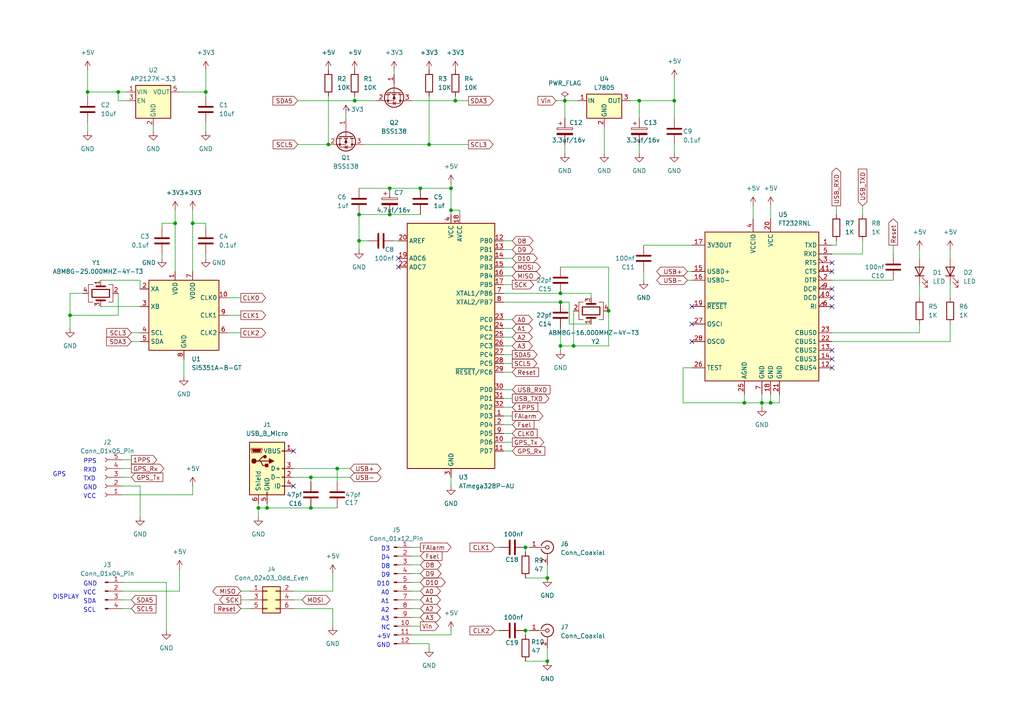
<source format=kicad_sch>
(kicad_sch (version 20231120) (generator "eeschema") (generator_version "8.0")
  (paper "A4")
  (lib_symbols
    (symbol "Connector:Conn_01x04_Pin" (pin_names (offset 1.016) hide)
      (property "Reference" "J" (at 0 5.08 0))
      (property "Value" "Conn_01x04_Pin" (at 0 -7.62 0))
      (symbol "Conn_01x04_Pin_1_1"
        (pin passive line (at 5.08 2.54 180) (length 3.81) (name "Pin_1") (number "1"))
        (pin passive line (at 5.08 0 180) (length 3.81) (name "Pin_2") (number "2"))
        (pin passive line (at 5.08 -2.54 180) (length 3.81) (name "Pin_3") (number "3"))
        (pin passive line (at 5.08 -5.08 180) (length 3.81) (name "Pin_4") (number "4"))
      )
    )
    (symbol "Connector:Conn_01x05_Socket" (pin_names (offset 1.016) hide)
      (property "Reference" "J" (at 0 7.62 0))
      (property "Value" "Conn_01x05_Socket" (at 0 -7.62 0))
      (symbol "Conn_01x05_Socket_1_1"
        (pin passive line (at -5.08 5.08 0) (length 3.81) (name "Pin_1") (number "1"))
        (pin passive line (at -5.08 2.54 0) (length 3.81) (name "Pin_2") (number "2"))
        (pin passive line (at -5.08 0 0) (length 3.81) (name "Pin_3") (number "3"))
        (pin passive line (at -5.08 -2.54 0) (length 3.81) (name "Pin_4") (number "4"))
        (pin passive line (at -5.08 -5.08 0) (length 3.81) (name "Pin_5") (number "5"))
      )
    )
    (symbol "Connector:Conn_01x12_Pin" (pin_names (offset 1.016) hide)
      (property "Reference" "J" (at 0 15.24 0))
      (property "Value" "Conn_01x12_Pin" (at 0 -17.78 0))
      (symbol "Conn_01x12_Pin_1_1"
        (pin passive line (at 5.08 12.7 180) (length 3.81) (name "Pin_1") (number "1"))
        (pin passive line (at 5.08 -10.16 180) (length 3.81) (name "Pin_10") (number "10"))
        (pin passive line (at 5.08 -12.7 180) (length 3.81) (name "Pin_11") (number "11"))
        (pin passive line (at 5.08 -15.24 180) (length 3.81) (name "Pin_12") (number "12"))
        (pin passive line (at 5.08 10.16 180) (length 3.81) (name "Pin_2") (number "2"))
        (pin passive line (at 5.08 7.62 180) (length 3.81) (name "Pin_3") (number "3"))
        (pin passive line (at 5.08 5.08 180) (length 3.81) (name "Pin_4") (number "4"))
        (pin passive line (at 5.08 2.54 180) (length 3.81) (name "Pin_5") (number "5"))
        (pin passive line (at 5.08 0 180) (length 3.81) (name "Pin_6") (number "6"))
        (pin passive line (at 5.08 -2.54 180) (length 3.81) (name "Pin_7") (number "7"))
        (pin passive line (at 5.08 -5.08 180) (length 3.81) (name "Pin_8") (number "8"))
        (pin passive line (at 5.08 -7.62 180) (length 3.81) (name "Pin_9") (number "9"))
      )
    )
    (symbol "Connector:Conn_Coaxial" (pin_names (offset 1.016) hide)
      (property "Reference" "J" (at 0.254 3.048 0))
      (property "Value" "Conn_Coaxial" (at 2.921 0 90))
      (symbol "Conn_Coaxial_1_1"
        (pin passive line (at -5.08 0 0) (length 2.54) (name "In") (number "1"))
        (pin passive line (at 0 -5.08 90) (length 2.54) (name "Ext") (number "2"))
      )
    )
    (symbol "Connector:USB_B_Micro" (pin_names (offset 1.016))
      (property "Reference" "J" (at -5.08 11.43 0))
      (property "Value" "USB_B_Micro" (at -5.08 8.89 0))
      (symbol "USB_B_Micro_1_1"
        (pin power_out line (at 7.62 5.08 180) (length 2.54) (name "VBUS") (number "1"))
        (pin bidirectional line (at 7.62 -2.54 180) (length 2.54) (name "D-") (number "2"))
        (pin bidirectional line (at 7.62 0 180) (length 2.54) (name "D+") (number "3"))
        (pin passive line (at 7.62 -5.08 180) (length 2.54) (name "ID") (number "4"))
        (pin power_out line (at 0 -10.16 90) (length 2.54) (name "GND") (number "5"))
        (pin passive line (at -2.54 -10.16 90) (length 2.54) (name "Shield") (number "6"))
      )
    )
    (symbol "Connector_Generic:Conn_02x03_Odd_Even" (pin_names (offset 1.016) hide)
      (property "Reference" "J" (at 1.27 5.08 0))
      (property "Value" "Conn_02x03_Odd_Even" (at 1.27 -5.08 0))
      (symbol "Conn_02x03_Odd_Even_1_1"
        (pin passive line (at -5.08 2.54 0) (length 3.81) (name "Pin_1") (number "1"))
        (pin passive line (at 7.62 2.54 180) (length 3.81) (name "Pin_2") (number "2"))
        (pin passive line (at -5.08 0 0) (length 3.81) (name "Pin_3") (number "3"))
        (pin passive line (at 7.62 0 180) (length 3.81) (name "Pin_4") (number "4"))
        (pin passive line (at -5.08 -2.54 0) (length 3.81) (name "Pin_5") (number "5"))
        (pin passive line (at 7.62 -2.54 180) (length 3.81) (name "Pin_6") (number "6"))
      )
    )
    (symbol "Device:C" (pin_numbers hide) (pin_names (offset 0.254))
      (property "Reference" "C" (at 0.635 2.54 0))
      (property "Value" "C" (at 0.635 -2.54 0))
      (symbol "C_1_1"
        (pin passive line (at 0 3.81 270) (length 2.794) (name "~") (number "1"))
        (pin passive line (at 0 -3.81 90) (length 2.794) (name "~") (number "2"))
      )
    )
    (symbol "Device:C_Polarized" (pin_numbers hide) (pin_names (offset 0.254))
      (property "Reference" "C" (at 0.635 2.54 0))
      (property "Value" "C_Polarized" (at 0.635 -2.54 0))
      (symbol "C_Polarized_1_1"
        (pin passive line (at 0 3.81 270) (length 2.794) (name "~") (number "1"))
        (pin passive line (at 0 -3.81 90) (length 2.794) (name "~") (number "2"))
      )
    )
    (symbol "Device:Crystal_GND24" (pin_names (offset 1.016) hide)
      (property "Reference" "Y" (at 3.175 5.08 0))
      (property "Value" "Crystal_GND24" (at 3.175 3.175 0))
      (symbol "Crystal_GND24_1_1"
        (pin passive line (at -3.81 0 0) (length 1.27) (name "1") (number "1"))
        (pin passive line (at 0 5.08 270) (length 1.27) (name "2") (number "2"))
        (pin passive line (at 3.81 0 180) (length 1.27) (name "3") (number "3"))
        (pin passive line (at 0 -5.08 90) (length 1.27) (name "4") (number "4"))
      )
    )
    (symbol "Device:LED" (pin_numbers hide) (pin_names (offset 1.016) hide)
      (property "Reference" "D" (at 0 2.54 0))
      (property "Value" "LED" (at 0 -2.54 0))
      (symbol "LED_1_1"
        (pin passive line (at -3.81 0 0) (length 2.54) (name "K") (number "1"))
        (pin passive line (at 3.81 0 180) (length 2.54) (name "A") (number "2"))
      )
    )
    (symbol "Device:R" (pin_numbers hide) (pin_names (offset 0))
      (property "Reference" "R" (at 2.032 0 90))
      (property "Value" "R" (at 0 0 90))
      (symbol "R_1_1"
        (pin passive line (at 0 3.81 270) (length 1.27) (name "~") (number "1"))
        (pin passive line (at 0 -3.81 90) (length 1.27) (name "~") (number "2"))
      )
    )
    (symbol "Interface_USB:FT232RL"
      (property "Reference" "U" (at -16.51 22.86 0))
      (property "Value" "FT232RL" (at 10.16 22.86 0))
      (symbol "FT232RL_1_1"
        (pin output line (at 20.32 17.78 180) (length 3.81) (name "TXD") (number "1"))
        (pin input input_low (at 20.32 2.54 180) (length 3.81) (name "DCD") (number "10"))
        (pin input input_low (at 20.32 10.16 180) (length 3.81) (name "CTS") (number "11"))
        (pin bidirectional line (at 20.32 -17.78 180) (length 3.81) (name "CBUS4") (number "12"))
        (pin bidirectional line (at 20.32 -12.7 180) (length 3.81) (name "CBUS2") (number "13"))
        (pin bidirectional line (at 20.32 -15.24 180) (length 3.81) (name "CBUS3") (number "14"))
        (pin bidirectional line (at -20.32 10.16 0) (length 3.81) (name "USBD+") (number "15"))
        (pin bidirectional line (at -20.32 7.62 0) (length 3.81) (name "USBD-") (number "16"))
        (pin power_out line (at -20.32 17.78 0) (length 3.81) (name "3V3OUT") (number "17"))
        (pin power_in line (at 2.54 -25.4 90) (length 3.81) (name "GND") (number "18"))
        (pin input line (at -20.32 0 0) (length 3.81) (name "~{RESET}") (number "19"))
        (pin output output_low (at 20.32 7.62 180) (length 3.81) (name "DTR") (number "2"))
        (pin power_in line (at 2.54 25.4 270) (length 3.81) (name "VCC") (number "20"))
        (pin power_in line (at 5.08 -25.4 90) (length 3.81) (name "GND") (number "21"))
        (pin bidirectional line (at 20.32 -10.16 180) (length 3.81) (name "CBUS1") (number "22"))
        (pin bidirectional line (at 20.32 -7.62 180) (length 3.81) (name "CBUS0") (number "23"))
        (pin power_in line (at -5.08 -25.4 90) (length 3.81) (name "AGND") (number "25"))
        (pin input line (at -20.32 -17.78 0) (length 3.81) (name "TEST") (number "26"))
        (pin input line (at -20.32 -5.08 0) (length 3.81) (name "OSCI") (number "27"))
        (pin output line (at -20.32 -10.16 0) (length 3.81) (name "OSCO") (number "28"))
        (pin output output_low (at 20.32 12.7 180) (length 3.81) (name "RTS") (number "3"))
        (pin power_in line (at -2.54 25.4 270) (length 3.81) (name "VCCIO") (number "4"))
        (pin input line (at 20.32 15.24 180) (length 3.81) (name "RXD") (number "5"))
        (pin input input_low (at 20.32 0 180) (length 3.81) (name "RI") (number "6"))
        (pin power_in line (at 0 -25.4 90) (length 3.81) (name "GND") (number "7"))
        (pin input input_low (at 20.32 5.08 180) (length 3.81) (name "DCR") (number "9"))
      )
    )
    (symbol "MCU_Microchip_ATmega:ATmega328P-A"
      (property "Reference" "U" (at -12.7 36.83 0))
      (property "Value" "ATmega328P-A" (at 2.54 -36.83 0))
      (symbol "ATmega328P-A_1_1"
        (pin bidirectional line (at 15.24 -20.32 180) (length 2.54) (name "PD3") (number "1"))
        (pin bidirectional line (at 15.24 -27.94 180) (length 2.54) (name "PD6") (number "10"))
        (pin bidirectional line (at 15.24 -30.48 180) (length 2.54) (name "PD7") (number "11"))
        (pin bidirectional line (at 15.24 30.48 180) (length 2.54) (name "PB0") (number "12"))
        (pin bidirectional line (at 15.24 27.94 180) (length 2.54) (name "PB1") (number "13"))
        (pin bidirectional line (at 15.24 25.4 180) (length 2.54) (name "PB2") (number "14"))
        (pin bidirectional line (at 15.24 22.86 180) (length 2.54) (name "PB3") (number "15"))
        (pin bidirectional line (at 15.24 20.32 180) (length 2.54) (name "PB4") (number "16"))
        (pin bidirectional line (at 15.24 17.78 180) (length 2.54) (name "PB5") (number "17"))
        (pin power_in line (at 2.54 38.1 270) (length 2.54) (name "AVCC") (number "18"))
        (pin input line (at -15.24 25.4 0) (length 2.54) (name "ADC6") (number "19"))
        (pin bidirectional line (at 15.24 -22.86 180) (length 2.54) (name "PD4") (number "2"))
        (pin passive line (at -15.24 30.48 0) (length 2.54) (name "AREF") (number "20"))
        (pin passive line (at 0 -38.1 90) (length 2.54) hide (name "GND") (number "21"))
        (pin input line (at -15.24 22.86 0) (length 2.54) (name "ADC7") (number "22"))
        (pin bidirectional line (at 15.24 7.62 180) (length 2.54) (name "PC0") (number "23"))
        (pin bidirectional line (at 15.24 5.08 180) (length 2.54) (name "PC1") (number "24"))
        (pin bidirectional line (at 15.24 2.54 180) (length 2.54) (name "PC2") (number "25"))
        (pin bidirectional line (at 15.24 0 180) (length 2.54) (name "PC3") (number "26"))
        (pin bidirectional line (at 15.24 -2.54 180) (length 2.54) (name "PC4") (number "27"))
        (pin bidirectional line (at 15.24 -5.08 180) (length 2.54) (name "PC5") (number "28"))
        (pin bidirectional line (at 15.24 -7.62 180) (length 2.54) (name "~{RESET}/PC6") (number "29"))
        (pin power_in line (at 0 -38.1 90) (length 2.54) (name "GND") (number "3"))
        (pin bidirectional line (at 15.24 -12.7 180) (length 2.54) (name "PD0") (number "30"))
        (pin bidirectional line (at 15.24 -15.24 180) (length 2.54) (name "PD1") (number "31"))
        (pin bidirectional line (at 15.24 -17.78 180) (length 2.54) (name "PD2") (number "32"))
        (pin power_in line (at 0 38.1 270) (length 2.54) (name "VCC") (number "4"))
        (pin passive line (at 0 -38.1 90) (length 2.54) hide (name "GND") (number "5"))
        (pin passive line (at 0 38.1 270) (length 2.54) hide (name "VCC") (number "6"))
        (pin bidirectional line (at 15.24 15.24 180) (length 2.54) (name "XTAL1/PB6") (number "7"))
        (pin bidirectional line (at 15.24 12.7 180) (length 2.54) (name "XTAL2/PB7") (number "8"))
        (pin bidirectional line (at 15.24 -25.4 180) (length 2.54) (name "PD5") (number "9"))
      )
    )
    (symbol "Oscillator:Si5351A-B-GT"
      (property "Reference" "U" (at -8.89 11.43 0))
      (property "Value" "Si5351A-B-GT" (at -12.7 -12.7 0))
      (symbol "Si5351A-B-GT_1_1"
        (pin power_in line (at -2.54 12.7 270) (length 2.54) (name "VDD") (number "1"))
        (pin output line (at 12.7 5.08 180) (length 2.54) (name "CLK0") (number "10"))
        (pin input line (at -12.7 7.62 0) (length 2.54) (name "XA") (number "2"))
        (pin input line (at -12.7 2.54 0) (length 2.54) (name "XB") (number "3"))
        (pin input line (at -12.7 -5.08 0) (length 2.54) (name "SCL") (number "4"))
        (pin bidirectional line (at -12.7 -7.62 0) (length 2.54) (name "SDA") (number "5"))
        (pin output line (at 12.7 -5.08 180) (length 2.54) (name "CLK2") (number "6"))
        (pin power_in line (at 2.54 12.7 270) (length 2.54) (name "VDDO") (number "7"))
        (pin power_in line (at 0 -12.7 90) (length 2.54) (name "GND") (number "8"))
        (pin output line (at 12.7 0 180) (length 2.54) (name "CLK1") (number "9"))
      )
    )
    (symbol "Regulator_Linear:AP2127K-3.3" (pin_names (offset 0.254))
      (property "Reference" "U" (at -5.08 5.715 0))
      (property "Value" "AP2127K-3.3" (at 0 5.715 0))
      (symbol "AP2127K-3.3_1_1"
        (pin power_in line (at -7.62 2.54 0) (length 2.54) (name "VIN") (number "1"))
        (pin power_in line (at 0 -7.62 90) (length 2.54) (name "GND") (number "2"))
        (pin input line (at -7.62 0 0) (length 2.54) (name "EN") (number "3"))
        (pin no_connect line (at 5.08 0 180) (length 2.54) hide (name "NC") (number "4"))
        (pin power_out line (at 7.62 2.54 180) (length 2.54) (name "VOUT") (number "5"))
      )
    )
    (symbol "Regulator_Linear:L7805" (pin_names (offset 0.254))
      (property "Reference" "U" (at -3.81 3.175 0))
      (property "Value" "L7805" (at 0 3.175 0))
      (symbol "L7805_1_1"
        (pin power_in line (at -7.62 0 0) (length 2.54) (name "IN") (number "1"))
        (pin power_in line (at 0 -7.62 90) (length 2.54) (name "GND") (number "2"))
        (pin power_out line (at 7.62 0 180) (length 2.54) (name "OUT") (number "3"))
      )
    )
    (symbol "Transistor_FET:BSS138" (pin_names hide)
      (property "Reference" "Q" (at 5.08 1.905 0))
      (property "Value" "BSS138" (at 5.08 0 0))
      (symbol "BSS138_1_1"
        (pin input line (at -5.08 0 0) (length 2.54) (name "G") (number "1"))
        (pin passive line (at 2.54 -5.08 90) (length 2.54) (name "S") (number "2"))
        (pin passive line (at 2.54 5.08 270) (length 2.54) (name "D") (number "3"))
      )
    )
    (symbol "power:+3V3" (power) (pin_names (offset 0))
      (property "Value" "+3V3" (at 0 3.556 0))
      (symbol "+3V3_1_1"
        (pin power_in line (at 0 0 90) (length 0) hide (name "+3V3") (number "1"))
      )
    )
    (symbol "power:+5V" (power) (pin_names (offset 0))
      (property "Value" "+5V" (at 0 3.556 0))
      (symbol "+5V_1_1"
        (pin power_in line (at 0 0 90) (length 0) hide (name "+5V") (number "1"))
      )
    )
    (symbol "power:GND" (power) (pin_names (offset 0))
      (property "Value" "GND" (at 0 -3.81 0))
      (symbol "GND_1_1"
        (pin power_in line (at 0 0 270) (length 0) hide (name "GND") (number "1"))
      )
    )
    (symbol "power:PWR_FLAG" (power) (pin_numbers hide) (pin_names (offset 0) hide)
      (property "Value" "PWR_FLAG" (at 0 3.81 0))
      (symbol "PWR_FLAG_0_0"
        (pin power_out line (at 0 0 90) (length 0) (name "pwr") (number "1"))
      )
    )
  )
  (junction (at 166.37 100.33))
  (junction (at 162.56 85.09))
  (junction (at 113.03 54.61))
  (junction (at 162.56 100.33))
  (junction (at 163.83 29.21))
  (junction (at 77.47 147.32))
  (junction (at 195.58 29.21))
  (junction (at 121.92 54.61))
  (junction (at 162.56 87.63))
  (junction (at 104.14 69.85))
  (junction (at 132.08 29.21))
  (junction (at 104.14 62.23))
  (junction (at 124.46 41.91))
  (junction (at 158.75 191.77))
  (junction (at 90.17 147.32))
  (junction (at 55.88 64.77))
  (junction (at 113.03 62.23))
  (junction (at 215.9 116.84))
  (junction (at 102.87 29.21))
  (junction (at 97.79 135.89))
  (junction (at 130.81 54.61))
  (junction (at 223.52 116.84))
  (junction (at 50.8 64.77))
  (junction (at 74.93 147.32))
  (junction (at 220.98 116.84))
  (junction (at 25.4 26.67))
  (junction (at 59.69 26.67))
  (junction (at 95.25 41.91))
  (junction (at 20.32 91.44))
  (junction (at 90.17 138.43))
  (junction (at 152.4 182.88))
  (junction (at 130.81 60.96))
  (junction (at 152.4 158.75))
  (junction (at 176.53 90.17))
  (junction (at 185.42 29.21))
  (junction (at 34.29 26.67))
  (junction (at 158.75 167.64))
  (no_connect (at 241.3 88.9))
  (no_connect (at 115.57 74.93))
  (no_connect (at 241.3 76.2))
  (no_connect (at 241.3 86.36))
  (no_connect (at 200.66 93.98))
  (no_connect (at 200.66 99.06))
  (no_connect (at 241.3 101.6))
  (no_connect (at 85.09 140.97))
  (no_connect (at 200.66 88.9))
  (no_connect (at 241.3 83.82))
  (no_connect (at 241.3 78.74))
  (no_connect (at 85.09 130.81))
  (no_connect (at 115.57 77.47))
  (no_connect (at 241.3 104.14))
  (no_connect (at 241.3 106.68))
  (wire (pts (xy 59.69 64.77) (xy 55.88 64.77)))
  (wire (pts (xy 158.75 191.77) (xy 158.75 187.96)))
  (wire (pts (xy 241.3 81.28) (xy 259.08 81.28)))
  (wire (pts (xy 119.38 171.45) (xy 121.92 171.45)))
  (wire (pts (xy 46.99 64.77) (xy 50.8 64.77)))
  (wire (pts (xy 165.1 93.98) (xy 165.1 87.63)))
  (wire (pts (xy 77.47 147.32) (xy 90.17 147.32)))
  (wire (pts (xy 114.3 20.32) (xy 114.3 21.59)))
  (wire (pts (xy 119.38 173.99) (xy 121.92 173.99)))
  (wire (pts (xy 77.47 146.05) (xy 77.47 147.32)))
  (wire (pts (xy 34.29 26.67) (xy 36.83 26.67)))
  (wire (pts (xy 259.08 71.12) (xy 259.08 73.66)))
  (wire (pts (xy 25.4 35.56) (xy 25.4 38.1)))
  (wire (pts (xy 119.38 179.07) (xy 121.92 179.07)))
  (wire (pts (xy 86.36 29.21) (xy 102.87 29.21)))
  (wire (pts (xy 146.05 115.57) (xy 148.59 115.57)))
  (wire (pts (xy 124.46 41.91) (xy 124.46 27.94)))
  (wire (pts (xy 85.09 176.53) (xy 96.52 176.53)))
  (wire (pts (xy 146.05 82.55) (xy 148.59 82.55)))
  (wire (pts (xy 146.05 97.79) (xy 148.59 97.79)))
  (wire (pts (xy 250.19 59.69) (xy 250.19 62.23)))
  (wire (pts (xy 40.64 140.97) (xy 35.56 140.97)))
  (wire (pts (xy 223.52 59.69) (xy 223.52 63.5)))
  (wire (pts (xy 130.81 182.88) (xy 130.81 184.15)))
  (wire (pts (xy 124.46 186.69) (xy 124.46 187.96)))
  (wire (pts (xy 242.57 59.69) (xy 242.57 62.23)))
  (wire (pts (xy 200.66 106.68) (xy 198.12 106.68)))
  (wire (pts (xy 199.39 78.74) (xy 200.66 78.74)))
  (wire (pts (xy 55.88 60.96) (xy 55.88 64.77)))
  (wire (pts (xy 119.38 166.37) (xy 121.92 166.37)))
  (wire (pts (xy 97.79 135.89) (xy 101.6 135.89)))
  (wire (pts (xy 66.04 96.52) (xy 69.85 96.52)))
  (wire (pts (xy 152.4 158.75) (xy 153.67 158.75)))
  (wire (pts (xy 163.83 29.21) (xy 163.83 34.29)))
  (wire (pts (xy 102.87 29.21) (xy 102.87 27.94)))
  (wire (pts (xy 146.05 130.81) (xy 148.59 130.81)))
  (wire (pts (xy 69.85 176.53) (xy 72.39 176.53)))
  (wire (pts (xy 119.38 158.75) (xy 121.92 158.75)))
  (wire (pts (xy 104.14 62.23) (xy 113.03 62.23)))
  (wire (pts (xy 146.05 72.39) (xy 148.59 72.39)))
  (wire (pts (xy 119.38 161.29) (xy 121.92 161.29)))
  (wire (pts (xy 59.69 26.67) (xy 59.69 27.94)))
  (wire (pts (xy 86.36 41.91) (xy 95.25 41.91)))
  (wire (pts (xy 59.69 35.56) (xy 59.69 38.1)))
  (wire (pts (xy 20.32 85.09) (xy 24.13 85.09)))
  (wire (pts (xy 186.69 71.12) (xy 200.66 71.12)))
  (wire (pts (xy 198.12 106.68) (xy 198.12 116.84)))
  (wire (pts (xy 152.4 182.88) (xy 152.4 184.15)))
  (wire (pts (xy 241.3 99.06) (xy 275.59 99.06)))
  (wire (pts (xy 119.38 186.69) (xy 124.46 186.69)))
  (wire (pts (xy 55.88 143.51) (xy 55.88 140.97)))
  (wire (pts (xy 146.05 80.01) (xy 148.59 80.01)))
  (wire (pts (xy 40.64 81.28) (xy 29.21 81.28)))
  (wire (pts (xy 163.83 29.21) (xy 167.64 29.21)))
  (wire (pts (xy 176.53 77.47) (xy 162.56 77.47)))
  (wire (pts (xy 55.88 64.77) (xy 55.88 78.74)))
  (wire (pts (xy 266.7 82.55) (xy 266.7 86.36)))
  (wire (pts (xy 185.42 29.21) (xy 195.58 29.21)))
  (wire (pts (xy 146.05 69.85) (xy 148.59 69.85)))
  (wire (pts (xy 185.42 41.91) (xy 185.42 44.45)))
  (wire (pts (xy 109.22 29.21) (xy 102.87 29.21)))
  (wire (pts (xy 146.05 128.27) (xy 148.59 128.27)))
  (wire (pts (xy 52.07 26.67) (xy 59.69 26.67)))
  (wire (pts (xy 38.1 96.52) (xy 40.64 96.52)))
  (wire (pts (xy 48.26 168.91) (xy 48.26 182.88)))
  (wire (pts (xy 90.17 139.7) (xy 90.17 138.43)))
  (wire (pts (xy 146.05 113.03) (xy 148.59 113.03)))
  (wire (pts (xy 220.98 116.84) (xy 220.98 118.11)))
  (wire (pts (xy 20.32 85.09) (xy 20.32 91.44)))
  (wire (pts (xy 166.37 90.17) (xy 166.37 100.33)))
  (wire (pts (xy 241.3 96.52) (xy 266.7 96.52)))
  (wire (pts (xy 146.05 102.87) (xy 148.59 102.87)))
  (wire (pts (xy 176.53 90.17) (xy 176.53 100.33)))
  (wire (pts (xy 69.85 171.45) (xy 72.39 171.45)))
  (wire (pts (xy 106.68 69.85) (xy 104.14 69.85)))
  (wire (pts (xy 59.69 73.66) (xy 59.69 74.93)))
  (wire (pts (xy 34.29 91.44) (xy 20.32 91.44)))
  (wire (pts (xy 143.51 158.75) (xy 144.78 158.75)))
  (wire (pts (xy 146.05 77.47) (xy 148.59 77.47)))
  (wire (pts (xy 97.79 135.89) (xy 97.79 139.7)))
  (wire (pts (xy 162.56 95.25) (xy 162.56 100.33)))
  (wire (pts (xy 25.4 26.67) (xy 25.4 27.94)))
  (wire (pts (xy 35.56 173.99) (xy 38.1 173.99)))
  (wire (pts (xy 35.56 135.89) (xy 38.1 135.89)))
  (wire (pts (xy 146.05 125.73) (xy 148.59 125.73)))
  (wire (pts (xy 119.38 181.61) (xy 121.92 181.61)))
  (wire (pts (xy 119.38 163.83) (xy 121.92 163.83)))
  (wire (pts (xy 46.99 73.66) (xy 46.99 74.93)))
  (wire (pts (xy 74.93 147.32) (xy 74.93 149.86)))
  (wire (pts (xy 275.59 82.55) (xy 275.59 86.36)))
  (wire (pts (xy 198.12 116.84) (xy 215.9 116.84)))
  (wire (pts (xy 34.29 29.21) (xy 34.29 26.67)))
  (wire (pts (xy 226.06 114.3) (xy 226.06 116.84)))
  (wire (pts (xy 195.58 22.86) (xy 195.58 29.21)))
  (wire (pts (xy 105.41 41.91) (xy 124.46 41.91)))
  (wire (pts (xy 44.45 36.83) (xy 44.45 38.1)))
  (wire (pts (xy 152.4 191.77) (xy 158.75 191.77)))
  (wire (pts (xy 130.81 60.96) (xy 130.81 62.23)))
  (wire (pts (xy 25.4 20.32) (xy 25.4 26.67)))
  (wire (pts (xy 114.3 69.85) (xy 115.57 69.85)))
  (wire (pts (xy 95.25 27.94) (xy 95.25 41.91)))
  (wire (pts (xy 34.29 85.09) (xy 34.29 91.44)))
  (wire (pts (xy 38.1 99.06) (xy 40.64 99.06)))
  (wire (pts (xy 130.81 138.43) (xy 130.81 140.97)))
  (wire (pts (xy 175.26 36.83) (xy 175.26 44.45)))
  (wire (pts (xy 66.04 86.36) (xy 69.85 86.36)))
  (wire (pts (xy 215.9 116.84) (xy 220.98 116.84)))
  (wire (pts (xy 40.64 83.82) (xy 40.64 81.28)))
  (wire (pts (xy 130.81 184.15) (xy 119.38 184.15)))
  (wire (pts (xy 146.05 92.71) (xy 148.59 92.71)))
  (wire (pts (xy 163.83 41.91) (xy 163.83 44.45)))
  (wire (pts (xy 275.59 72.39) (xy 275.59 74.93)))
  (wire (pts (xy 146.05 118.11) (xy 148.59 118.11)))
  (wire (pts (xy 85.09 171.45) (xy 96.52 171.45)))
  (wire (pts (xy 186.69 78.74) (xy 186.69 81.28)))
  (wire (pts (xy 85.09 138.43) (xy 90.17 138.43)))
  (wire (pts (xy 35.56 171.45) (xy 52.07 171.45)))
  (wire (pts (xy 226.06 116.84) (xy 223.52 116.84)))
  (wire (pts (xy 223.52 116.84) (xy 220.98 116.84)))
  (wire (pts (xy 266.7 72.39) (xy 266.7 74.93)))
  (wire (pts (xy 119.38 168.91) (xy 121.92 168.91)))
  (wire (pts (xy 52.07 171.45) (xy 52.07 165.1)))
  (wire (pts (xy 133.35 60.96) (xy 130.81 60.96)))
  (wire (pts (xy 176.53 100.33) (xy 166.37 100.33)))
  (wire (pts (xy 59.69 66.04) (xy 59.69 64.77)))
  (wire (pts (xy 195.58 41.91) (xy 195.58 44.45)))
  (wire (pts (xy 35.56 176.53) (xy 38.1 176.53)))
  (wire (pts (xy 40.64 149.86) (xy 40.64 140.97)))
  (wire (pts (xy 90.17 138.43) (xy 101.6 138.43)))
  (wire (pts (xy 113.03 62.23) (xy 121.92 62.23)))
  (wire (pts (xy 85.09 135.89) (xy 97.79 135.89)))
  (wire (pts (xy 146.05 123.19) (xy 148.59 123.19)))
  (wire (pts (xy 29.21 88.9) (xy 40.64 88.9)))
  (wire (pts (xy 199.39 81.28) (xy 200.66 81.28)))
  (wire (pts (xy 152.4 182.88) (xy 153.67 182.88)))
  (wire (pts (xy 104.14 54.61) (xy 113.03 54.61)))
  (wire (pts (xy 215.9 114.3) (xy 215.9 116.84)))
  (wire (pts (xy 35.56 143.51) (xy 55.88 143.51)))
  (wire (pts (xy 146.05 105.41) (xy 148.59 105.41)))
  (wire (pts (xy 171.45 86.36) (xy 171.45 85.09)))
  (wire (pts (xy 100.33 33.02) (xy 100.33 34.29)))
  (wire (pts (xy 36.83 29.21) (xy 34.29 29.21)))
  (wire (pts (xy 121.92 54.61) (xy 130.81 54.61)))
  (wire (pts (xy 53.34 104.14) (xy 53.34 109.22)))
  (wire (pts (xy 59.69 20.32) (xy 59.69 26.67)))
  (wire (pts (xy 242.57 71.12) (xy 242.57 69.85)))
  (wire (pts (xy 161.29 29.21) (xy 163.83 29.21)))
  (wire (pts (xy 152.4 158.75) (xy 152.4 160.02)))
  (wire (pts (xy 266.7 96.52) (xy 266.7 93.98)))
  (wire (pts (xy 171.45 93.98) (xy 165.1 93.98)))
  (wire (pts (xy 146.05 74.93) (xy 148.59 74.93)))
  (wire (pts (xy 195.58 29.21) (xy 195.58 34.29)))
  (wire (pts (xy 74.93 146.05) (xy 74.93 147.32)))
  (wire (pts (xy 104.14 69.85) (xy 104.14 62.23)))
  (wire (pts (xy 146.05 95.25) (xy 148.59 95.25)))
  (wire (pts (xy 162.56 85.09) (xy 146.05 85.09)))
  (wire (pts (xy 50.8 64.77) (xy 50.8 78.74)))
  (wire (pts (xy 241.3 71.12) (xy 242.57 71.12)))
  (wire (pts (xy 35.56 138.43) (xy 38.1 138.43)))
  (wire (pts (xy 165.1 87.63) (xy 162.56 87.63)))
  (wire (pts (xy 250.19 73.66) (xy 250.19 69.85)))
  (wire (pts (xy 143.51 182.88) (xy 144.78 182.88)))
  (wire (pts (xy 182.88 29.21) (xy 185.42 29.21)))
  (wire (pts (xy 185.42 29.21) (xy 185.42 34.29)))
  (wire (pts (xy 146.05 120.65) (xy 148.59 120.65)))
  (wire (pts (xy 130.81 54.61) (xy 130.81 60.96)))
  (wire (pts (xy 124.46 41.91) (xy 135.89 41.91)))
  (wire (pts (xy 25.4 26.67) (xy 34.29 26.67)))
  (wire (pts (xy 146.05 100.33) (xy 148.59 100.33)))
  (wire (pts (xy 133.35 62.23) (xy 133.35 60.96)))
  (wire (pts (xy 132.08 29.21) (xy 132.08 27.94)))
  (wire (pts (xy 166.37 100.33) (xy 162.56 100.33)))
  (wire (pts (xy 241.3 73.66) (xy 250.19 73.66)))
  (wire (pts (xy 162.56 87.63) (xy 146.05 87.63)))
  (wire (pts (xy 176.53 90.17) (xy 176.53 77.47)))
  (wire (pts (xy 85.09 173.99) (xy 87.63 173.99)))
  (wire (pts (xy 130.81 53.34) (xy 130.81 54.61)))
  (wire (pts (xy 66.04 91.44) (xy 69.85 91.44)))
  (wire (pts (xy 35.56 168.91) (xy 48.26 168.91)))
  (wire (pts (xy 146.05 107.95) (xy 148.59 107.95)))
  (wire (pts (xy 275.59 99.06) (xy 275.59 93.98)))
  (wire (pts (xy 119.38 176.53) (xy 121.92 176.53)))
  (wire (pts (xy 90.17 147.32) (xy 97.79 147.32)))
  (wire (pts (xy 104.14 69.85) (xy 104.14 72.39)))
  (wire (pts (xy 132.08 29.21) (xy 135.89 29.21)))
  (wire (pts (xy 171.45 85.09) (xy 162.56 85.09)))
  (wire (pts (xy 152.4 167.64) (xy 158.75 167.64)))
  (wire (pts (xy 20.32 91.44) (xy 20.32 95.25)))
  (wire (pts (xy 158.75 167.64) (xy 158.75 163.83)))
  (wire (pts (xy 220.98 114.3) (xy 220.98 116.84)))
  (wire (pts (xy 223.52 114.3) (xy 223.52 116.84)))
  (wire (pts (xy 77.47 147.32) (xy 74.93 147.32)))
  (wire (pts (xy 96.52 171.45) (xy 96.52 166.37)))
  (wire (pts (xy 50.8 60.96) (xy 50.8 64.77)))
  (wire (pts (xy 119.38 29.21) (xy 132.08 29.21)))
  (wire (pts (xy 113.03 54.61) (xy 121.92 54.61)))
  (wire (pts (xy 46.99 66.04) (xy 46.99 64.77)))
  (wire (pts (xy 162.56 100.33) (xy 162.56 101.6)))
  (wire (pts (xy 35.56 133.35) (xy 38.1 133.35)))
  (wire (pts (xy 69.85 173.99) (xy 72.39 173.99)))
  (wire (pts (xy 218.44 59.69) (xy 218.44 63.5)))
  (wire (pts (xy 96.52 176.53) (xy 96.52 181.61)))
  (text "D3" (at 110.49 160.02 0) (effects (font (size 1.27 1.27)) (justify left bottom)))
  (text "D4" (at 110.49 162.56 0) (effects (font (size 1.27 1.27)) (justify left bottom)))
  (text "GND" (at 24.13 170.18 0) (effects (font (size 1.27 1.27)) (justify left bottom)))
  (text "RXD" (at 24.13 137.16 0) (effects (font (size 1.27 1.27)) (justify left bottom)))
  (text "+5V" (at 109.22 185.42 0) (effects (font (size 1.27 1.27)) (justify left bottom)))
  (text "PPS" (at 24.13 134.62 0) (effects (font (size 1.27 1.27)) (justify left bottom)))
  (text "VCC" (at 24.13 172.72 0) (effects (font (size 1.27 1.27)) (justify left bottom)))
  (text "GND" (at 24.13 142.24 0) (effects (font (size 1.27 1.27)) (justify left bottom)))
  (text "VCC" (at 24.13 144.78 0) (effects (font (size 1.27 1.27)) (justify left bottom)))
  (text "D8" (at 110.49 165.1 0) (effects (font (size 1.27 1.27)) (justify left bottom)))
  (text "TXD" (at 24.13 139.7 0) (effects (font (size 1.27 1.27)) (justify left bottom)))
  (text "A3" (at 110.49 180.34 0) (effects (font (size 1.27 1.27)) (justify left bottom)))
  (text "GND" (at 109.22 187.96 0) (effects (font (size 1.27 1.27)) (justify left bottom)))
  (text "D10" (at 109.22 170.18 0) (effects (font (size 1.27 1.27)) (justify left bottom)))
  (text "A0" (at 110.49 172.72 0) (effects (font (size 1.27 1.27)) (justify left bottom)))
  (text "SDA" (at 24.13 175.26 0) (effects (font (size 1.27 1.27)) (justify left bottom)))
  (text "DISPLAY" (at 15.24 173.99 0) (effects (font (size 1.27 1.27)) (justify left bottom)))
  (text "A1" (at 110.49 175.26 0) (effects (font (size 1.27 1.27)) (justify left bottom)))
  (text "NC" (at 110.49 182.88 0) (effects (font (size 1.27 1.27)) (justify left bottom)))
  (text "GPS" (at 15.24 138.43 0) (effects (font (size 1.27 1.27)) (justify left bottom)))
  (text "A2" (at 110.49 177.8 0) (effects (font (size 1.27 1.27)) (justify left bottom)))
  (text "D9" (at 110.49 167.64 0) (effects (font (size 1.27 1.27)) (justify left bottom)))
  (text "SCL" (at 24.13 177.8 0) (effects (font (size 1.27 1.27)) (justify left bottom)))
  (global_label "GPS_Tx" (shape output) (at 148.59 128.27 0) (property "Intersheetrefs" "${INTERSHEET_REFS}" (effects (hide yes))))
  (global_label "SCL5" (shape output) (at 148.59 105.41 0) (property "Intersheetrefs" "${INTERSHEET_REFS}" (effects (hide yes))))
  (global_label "MISO" (shape bidirectional) (at 148.59 80.01 0) (property "Intersheetrefs" "${INTERSHEET_REFS}" (effects (hide yes))))
  (global_label "CLK0" (shape output) (at 69.85 86.36 0) (property "Intersheetrefs" "${INTERSHEET_REFS}" (effects (hide yes))))
  (global_label "A2" (shape bidirectional) (at 148.59 97.79 0) (property "Intersheetrefs" "${INTERSHEET_REFS}" (effects (hide yes))))
  (global_label "SCK" (shape output) (at 69.85 173.99 180) (property "Intersheetrefs" "${INTERSHEET_REFS}" (effects (hide yes))))
  (global_label "A2" (shape bidirectional) (at 121.92 176.53 0) (property "Intersheetrefs" "${INTERSHEET_REFS}" (effects (hide yes))))
  (global_label "Reset" (shape output) (at 259.08 71.12 90) (property "Intersheetrefs" "${INTERSHEET_REFS}" (effects (hide yes))))
  (global_label "D10" (shape bidirectional) (at 148.59 74.93 0) (property "Intersheetrefs" "${INTERSHEET_REFS}" (effects (hide yes))))
  (global_label "D8" (shape bidirectional) (at 148.59 69.85 0) (property "Intersheetrefs" "${INTERSHEET_REFS}" (effects (hide yes))))
  (global_label "1PPS" (shape output) (at 38.1 133.35 0) (property "Intersheetrefs" "${INTERSHEET_REFS}" (effects (hide yes))))
  (global_label "USB-" (shape bidirectional) (at 199.39 81.28 180) (property "Intersheetrefs" "${INTERSHEET_REFS}" (effects (hide yes))))
  (global_label "USB_RXD" (shape output) (at 242.57 59.69 90) (property "Intersheetrefs" "${INTERSHEET_REFS}" (effects (hide yes))))
  (global_label "CLK1" (shape output) (at 69.85 91.44 0) (property "Intersheetrefs" "${INTERSHEET_REFS}" (effects (hide yes))))
  (global_label "USB+" (shape bidirectional) (at 199.39 78.74 180) (property "Intersheetrefs" "${INTERSHEET_REFS}" (effects (hide yes))))
  (global_label "SCL3" (shape input) (at 38.1 96.52 180) (property "Intersheetrefs" "${INTERSHEET_REFS}" (effects (hide yes))))
  (global_label "D10" (shape bidirectional) (at 121.92 168.91 0) (property "Intersheetrefs" "${INTERSHEET_REFS}" (effects (hide yes))))
  (global_label "USB-" (shape bidirectional) (at 101.6 138.43 0) (property "Intersheetrefs" "${INTERSHEET_REFS}" (effects (hide yes))))
  (global_label "SDA5" (shape output) (at 148.59 102.87 0) (property "Intersheetrefs" "${INTERSHEET_REFS}" (effects (hide yes))))
  (global_label "MOSI" (shape bidirectional) (at 87.63 173.99 0) (property "Intersheetrefs" "${INTERSHEET_REFS}" (effects (hide yes))))
  (global_label "MISO" (shape bidirectional) (at 69.85 171.45 180) (property "Intersheetrefs" "${INTERSHEET_REFS}" (effects (hide yes))))
  (global_label "SCL5" (shape input) (at 86.36 41.91 180) (property "Intersheetrefs" "${INTERSHEET_REFS}" (effects (hide yes))))
  (global_label "A3" (shape bidirectional) (at 148.59 100.33 0) (property "Intersheetrefs" "${INTERSHEET_REFS}" (effects (hide yes))))
  (global_label "D9" (shape bidirectional) (at 121.92 166.37 0) (property "Intersheetrefs" "${INTERSHEET_REFS}" (effects (hide yes))))
  (global_label "FAlarm" (shape output) (at 148.59 120.65 0) (property "Intersheetrefs" "${INTERSHEET_REFS}" (effects (hide yes))))
  (global_label "SCL5" (shape input) (at 38.1 176.53 0) (property "Intersheetrefs" "${INTERSHEET_REFS}" (effects (hide yes))))
  (global_label "SDA3" (shape input) (at 38.1 99.06 180) (property "Intersheetrefs" "${INTERSHEET_REFS}" (effects (hide yes))))
  (global_label "USB_RXD" (shape input) (at 148.59 113.03 0) (property "Intersheetrefs" "${INTERSHEET_REFS}" (effects (hide yes))))
  (global_label "D9" (shape bidirectional) (at 148.59 72.39 0) (property "Intersheetrefs" "${INTERSHEET_REFS}" (effects (hide yes))))
  (global_label "USB_TXD" (shape output) (at 148.59 115.57 0) (property "Intersheetrefs" "${INTERSHEET_REFS}" (effects (hide yes))))
  (global_label "Reset" (shape input) (at 148.59 107.95 0) (property "Intersheetrefs" "${INTERSHEET_REFS}" (effects (hide yes))))
  (global_label "CLK2" (shape input) (at 143.51 182.88 180) (property "Intersheetrefs" "${INTERSHEET_REFS}" (effects (hide yes))))
  (global_label "SCL3" (shape output) (at 135.89 41.91 0) (property "Intersheetrefs" "${INTERSHEET_REFS}" (effects (hide yes))))
  (global_label "SDA3" (shape output) (at 135.89 29.21 0) (property "Intersheetrefs" "${INTERSHEET_REFS}" (effects (hide yes))))
  (global_label "GPS_Rx" (shape input) (at 148.59 130.81 0) (property "Intersheetrefs" "${INTERSHEET_REFS}" (effects (hide yes))))
  (global_label "CLK0" (shape input) (at 148.59 125.73 0) (property "Intersheetrefs" "${INTERSHEET_REFS}" (effects (hide yes))))
  (global_label "SCK" (shape output) (at 148.59 82.55 0) (property "Intersheetrefs" "${INTERSHEET_REFS}" (effects (hide yes))))
  (global_label "Reset" (shape input) (at 69.85 176.53 180) (property "Intersheetrefs" "${INTERSHEET_REFS}" (effects (hide yes))))
  (global_label "1PPS" (shape input) (at 148.59 118.11 0) (property "Intersheetrefs" "${INTERSHEET_REFS}" (effects (hide yes))))
  (global_label "SDA5" (shape input) (at 86.36 29.21 180) (property "Intersheetrefs" "${INTERSHEET_REFS}" (effects (hide yes))))
  (global_label "GPS_Tx" (shape input) (at 38.1 138.43 0) (property "Intersheetrefs" "${INTERSHEET_REFS}" (effects (hide yes))))
  (global_label "USB_TXD" (shape input) (at 250.19 59.69 90) (property "Intersheetrefs" "${INTERSHEET_REFS}" (effects (hide yes))))
  (global_label "A1" (shape bidirectional) (at 148.59 95.25 0) (property "Intersheetrefs" "${INTERSHEET_REFS}" (effects (hide yes))))
  (global_label "MOSI" (shape bidirectional) (at 148.59 77.47 0) (property "Intersheetrefs" "${INTERSHEET_REFS}" (effects (hide yes))))
  (global_label "CLK2" (shape output) (at 69.85 96.52 0) (property "Intersheetrefs" "${INTERSHEET_REFS}" (effects (hide yes))))
  (global_label "Vin" (shape input) (at 161.29 29.21 180) (property "Intersheetrefs" "${INTERSHEET_REFS}" (effects (hide yes))))
  (global_label "CLK1" (shape input) (at 143.51 158.75 180) (property "Intersheetrefs" "${INTERSHEET_REFS}" (effects (hide yes))))
  (global_label "USB+" (shape bidirectional) (at 101.6 135.89 0) (property "Intersheetrefs" "${INTERSHEET_REFS}" (effects (hide yes))))
  (global_label "SDA5" (shape input) (at 38.1 173.99 0) (property "Intersheetrefs" "${INTERSHEET_REFS}" (effects (hide yes))))
  (global_label "FAlarm" (shape output) (at 121.92 158.75 0) (property "Intersheetrefs" "${INTERSHEET_REFS}" (effects (hide yes))))
  (global_label "D8" (shape bidirectional) (at 121.92 163.83 0) (property "Intersheetrefs" "${INTERSHEET_REFS}" (effects (hide yes))))
  (global_label "A3" (shape bidirectional) (at 121.92 179.07 0) (property "Intersheetrefs" "${INTERSHEET_REFS}" (effects (hide yes))))
  (global_label "A0" (shape bidirectional) (at 121.92 171.45 0) (property "Intersheetrefs" "${INTERSHEET_REFS}" (effects (hide yes))))
  (global_label "A1" (shape bidirectional) (at 121.92 173.99 0) (property "Intersheetrefs" "${INTERSHEET_REFS}" (effects (hide yes))))
  (global_label "Fsel" (shape input) (at 121.92 161.29 0) (property "Intersheetrefs" "${INTERSHEET_REFS}" (effects (hide yes))))
  (global_label "Fsel" (shape input) (at 148.59 123.19 0) (property "Intersheetrefs" "${INTERSHEET_REFS}" (effects (hide yes))))
  (global_label "GPS_Rx" (shape output) (at 38.1 135.89 0) (property "Intersheetrefs" "${INTERSHEET_REFS}" (effects (hide yes))))
  (global_label "Vin" (shape output) (at 121.92 181.61 0) (property "Intersheetrefs" "${INTERSHEET_REFS}" (effects (hide yes))))
  (global_label "A0" (shape bidirectional) (at 148.59 92.71 0) (property "Intersheetrefs" "${INTERSHEET_REFS}" (effects (hide yes))))
  (symbol (lib_id "power:GND") (at 158.75 191.77 0) (unit 1)
    (property "Reference" "#PWR043" (effects (hide yes)))
    (property "Value" "GND" (at 158.75 196.85 0))
  )
  (symbol (lib_id "Transistor_FET:BSS138") (at 100.33 39.37 270) (unit 1)
    (property "Reference" "Q1" (at 100.33 45.72 90))
    (property "Value" "BSS138" (at 100.33 48.26 90))
    (property "Footprint" "Package_TO_SOT_SMD:SOT-23" (effects (hide yes)))
    (property "Datasheet" "https://www.onsemi.com/pub/Collateral/BSS138-D.PDF" (effects (hide yes)))
  )
  (symbol (lib_id "Device:C_Polarized") (at 185.42 38.1 0) (unit 1)
    (property "Reference" "C13" (at 186.69 35.56 0) (effects (justify left)))
    (property "Value" "3.3uf/16v" (at 181.61 40.64 0) (effects (justify left)))
    (property "Footprint" "Capacitor_SMD:C_1206_3216Metric_Pad1.33x1.80mm_HandSolder" (effects (hide yes)))
  )
  (symbol (lib_id "power:+3V3") (at 59.69 20.32 0) (unit 1)
    (property "Reference" "#PWR09" (effects (hide yes)))
    (property "Value" "+3V3" (at 59.69 15.24 0))
  )
  (symbol (lib_id "power:GND") (at 163.83 44.45 0) (unit 1)
    (property "Reference" "#PWR031" (effects (hide yes)))
    (property "Value" "GND" (at 163.83 49.53 0))
  )
  (symbol (lib_id "Connector:Conn_01x12_Pin") (at 114.3 171.45 0) (unit 1)
    (property "Reference" "J5" (at 114.935 153.67 0))
    (property "Value" "Conn_01x12_Pin" (at 114.935 156.21 0))
    (property "Footprint" "Connector_PinHeader_2.54mm:PinHeader_1x12_P2.54mm_Vertical" (effects (hide yes)))
  )
  (symbol (lib_id "Device:R") (at 266.7 90.17 0) (unit 1)
    (property "Reference" "R5" (at 269.24 88.9 0) (effects (justify left)))
    (property "Value" "1K" (at 269.24 91.44 0) (effects (justify left)))
    (property "Footprint" "Resistor_SMD:R_0805_2012Metric_Pad1.20x1.40mm_HandSolder" (effects (hide yes)))
  )
  (symbol (lib_id "power:+5V") (at 55.88 140.97 0) (unit 1)
    (property "Reference" "#PWR034" (effects (hide yes)))
    (property "Value" "+5V" (at 55.88 135.89 0))
  )
  (symbol (lib_id "Connector:USB_B_Micro") (at 77.47 135.89 0) (unit 1)
    (property "Reference" "J1" (at 77.47 123.19 0))
    (property "Value" "USB_B_Micro" (at 77.47 125.73 0))
    (property "Footprint" "Connector_USB:USB_Micro-B_Amphenol_10118193-0001LF_Horizontal" (effects (hide yes)))
  )
  (symbol (lib_id "Regulator_Linear:L7805") (at 175.26 29.21 0) (unit 1)
    (property "Reference" "U4" (at 175.26 22.86 0))
    (property "Value" "L7805" (at 175.26 25.4 0))
    (property "Footprint" "Package_TO_SOT_THT:TO-220-3_Horizontal_TabDown" (effects (hide yes)))
    (property "Datasheet" "http://www.st.com/content/ccc/resource/technical/document/datasheet/41/4f/b3/b0/12/d4/47/88/CD00000444.pdf/files/CD00000444.pdf/jcr:content/translations/en.CD00000444.pdf" (effects (hide yes)))
  )
  (symbol (lib_id "power:GND") (at 96.52 181.61 0) (unit 1)
    (property "Reference" "#PWR038" (effects (hide yes)))
    (property "Value" "GND" (at 96.52 186.69 0))
  )
  (symbol (lib_id "power:+5V") (at 266.7 72.39 0) (unit 1)
    (property "Reference" "#PWR027" (effects (hide yes)))
    (property "Value" "+5V" (at 266.7 67.31 0))
  )
  (symbol (lib_id "power:+5V") (at 223.52 59.69 0) (unit 1)
    (property "Reference" "#PWR026" (effects (hide yes)))
    (property "Value" "+5V" (at 223.52 54.61 0))
  )
  (symbol (lib_id "Device:R") (at 132.08 24.13 0) (unit 1)
    (property "Reference" "R4" (at 134.62 22.86 0) (effects (justify left)))
    (property "Value" "10K" (at 134.62 25.4 0) (effects (justify left)))
    (property "Footprint" "Resistor_SMD:R_0805_2012Metric_Pad1.20x1.40mm_HandSolder" (effects (hide yes)))
  )
  (symbol (lib_id "Transistor_FET:BSS138") (at 114.3 26.67 270) (unit 1)
    (property "Reference" "Q2" (at 114.3 35.56 90))
    (property "Value" "BSS138" (at 114.3 38.1 90))
    (property "Footprint" "Package_TO_SOT_SMD:SOT-23" (effects (hide yes)))
    (property "Datasheet" "https://www.onsemi.com/pub/Collateral/BSS138-D.PDF" (effects (hide yes)))
  )
  (symbol (lib_id "power:+5V") (at 95.25 20.32 0) (unit 1)
    (property "Reference" "#PWR012" (effects (hide yes)))
    (property "Value" "+5V" (at 95.25 15.24 0))
  )
  (symbol (lib_id "power:GND") (at 53.34 109.22 0) (unit 1)
    (property "Reference" "#PWR04" (effects (hide yes)))
    (property "Value" "GND" (at 53.34 114.3 0))
  )
  (symbol (lib_id "Connector_Generic:Conn_02x03_Odd_Even") (at 77.47 173.99 0) (unit 1)
    (property "Reference" "J4" (at 78.74 165.1 0))
    (property "Value" "Conn_02x03_Odd_Even" (at 78.74 167.64 0))
    (property "Footprint" "Connector_PinHeader_2.54mm:PinHeader_2x03_P2.54mm_Vertical" (effects (hide yes)))
  )
  (symbol (lib_id "Oscillator:Si5351A-B-GT") (at 53.34 91.44 0) (unit 1)
    (property "Reference" "U1" (at 55.5341 104.14 0) (effects (justify left)))
    (property "Value" "Si5351A-B-GT" (at 55.5341 106.68 0) (effects (justify left)))
    (property "Footprint" "Package_SO:MSOP-10_3x3mm_P0.5mm" (effects (hide yes)))
    (property "Datasheet" "https://www.silabs.com/documents/public/data-sheets/Si5351-B.pdf" (effects (hide yes)))
  )
  (symbol (lib_id "Device:C_Polarized") (at 113.03 58.42 0) (unit 1)
    (property "Reference" "C7" (at 114.3 55.88 0) (effects (justify left)))
    (property "Value" "4.7uf/16v" (at 109.22 60.96 0) (effects (justify left)))
    (property "Footprint" "Capacitor_SMD:C_1206_3216Metric_Pad1.33x1.80mm_HandSolder" (effects (hide yes)))
  )
  (symbol (lib_id "power:+5V") (at 130.81 182.88 0) (unit 1)
    (property "Reference" "#PWR040" (effects (hide yes)))
    (property "Value" "+5V" (at 130.81 177.8 0))
  )
  (symbol (lib_id "power:+3V3") (at 132.08 20.32 0) (unit 1)
    (property "Reference" "#PWR015" (effects (hide yes)))
    (property "Value" "+3V3" (at 132.08 15.24 0))
  )
  (symbol (lib_id "power:+3V3") (at 100.33 33.02 0) (unit 1)
    (property "Reference" "#PWR017" (effects (hide yes)))
    (property "Value" "+3V3" (at 102.87 31.75 0))
  )
  (symbol (lib_id "Device:C") (at 59.69 69.85 0) (unit 1)
    (property "Reference" "C4" (at 63.5 68.58 0) (effects (justify left)))
    (property "Value" "0,1uf" (at 63.5 71.12 0) (effects (justify left)))
    (property "Footprint" "Capacitor_SMD:C_0805_2012Metric_Pad1.18x1.45mm_HandSolder" (effects (hide yes)))
  )
  (symbol (lib_id "power:GND") (at 186.69 81.28 0) (unit 1)
    (property "Reference" "#PWR029" (effects (hide yes)))
    (property "Value" "GND" (at 186.69 86.36 0))
  )
  (symbol (lib_id "Device:C") (at 110.49 69.85 90) (unit 1)
    (property "Reference" "C8" (at 114.3 72.39 90) (effects (justify left)))
    (property "Value" "100nf" (at 114.3 74.93 90) (effects (justify left)))
    (property "Footprint" "Capacitor_SMD:C_0805_2012Metric_Pad1.18x1.45mm_HandSolder" (effects (hide yes)))
  )
  (symbol (lib_id "Device:C") (at 25.4 31.75 0) (unit 1)
    (property "Reference" "C2" (at 29.21 30.48 0) (effects (justify left)))
    (property "Value" "10uf" (at 29.21 33.02 0) (effects (justify left)))
    (property "Footprint" "Capacitor_SMD:C_0805_2012Metric_Pad1.18x1.45mm_HandSolder" (effects (hide yes)))
  )
  (symbol (lib_id "Device:C") (at 59.69 31.75 0) (unit 1)
    (property "Reference" "C1" (at 63.5 30.48 0) (effects (justify left)))
    (property "Value" "10uf" (at 63.5 33.02 0) (effects (justify left)))
    (property "Footprint" "Capacitor_SMD:C_0805_2012Metric_Pad1.18x1.45mm_HandSolder" (effects (hide yes)))
  )
  (symbol (lib_id "Device:C") (at 148.59 158.75 270) (unit 1)
    (property "Reference" "C18" (at 146.558 162.306 90) (effects (justify left)))
    (property "Value" "100nf" (at 146.05 154.94 90) (effects (justify left)))
    (property "Footprint" "Capacitor_SMD:C_0805_2012Metric_Pad1.18x1.45mm_HandSolder" (effects (hide yes)))
  )
  (symbol (lib_id "Device:C") (at 46.99 69.85 0) (unit 1)
    (property "Reference" "C3" (at 40.64 68.58 0) (effects (justify left)))
    (property "Value" "0,1uf" (at 38.1 71.12 0) (effects (justify left)))
    (property "Footprint" "Capacitor_SMD:C_0805_2012Metric_Pad1.18x1.45mm_HandSolder" (effects (hide yes)))
  )
  (symbol (lib_id "power:+5V") (at 25.4 20.32 0) (unit 1)
    (property "Reference" "#PWR08" (effects (hide yes)))
    (property "Value" "+5V" (at 25.4 15.24 0))
  )
  (symbol (lib_id "power:+5V") (at 102.87 20.32 0) (unit 1)
    (property "Reference" "#PWR013" (effects (hide yes)))
    (property "Value" "+5V" (at 102.87 15.24 0))
  )
  (symbol (lib_id "power:GND") (at 162.56 101.6 0) (unit 1)
    (property "Reference" "#PWR041" (effects (hide yes)))
    (property "Value" "GND" (at 162.56 106.68 0))
  )
  (symbol (lib_id "power:GND") (at 59.69 38.1 0) (unit 1)
    (property "Reference" "#PWR03" (effects (hide yes)))
    (property "Value" "GND" (at 59.69 43.18 0))
  )
  (symbol (lib_id "power:+5V") (at 195.58 22.86 0) (unit 1)
    (property "Reference" "#PWR023" (effects (hide yes)))
    (property "Value" "+5V" (at 195.58 17.78 0))
  )
  (symbol (lib_id "Device:C") (at 162.56 91.44 180) (unit 1)
    (property "Reference" "C14" (at 160.02 93.98 0) (effects (justify left)))
    (property "Value" "22pf" (at 160.02 91.44 0) (effects (justify left)))
    (property "Footprint" "Capacitor_SMD:C_0805_2012Metric_Pad1.18x1.45mm_HandSolder" (effects (hide yes)))
  )
  (symbol (lib_id "power:GND") (at 195.58 44.45 0) (unit 1)
    (property "Reference" "#PWR022" (effects (hide yes)))
    (property "Value" "GND" (at 195.58 49.53 0))
  )
  (symbol (lib_id "power:GND") (at 130.81 140.97 0) (unit 1)
    (property "Reference" "#PWR019" (effects (hide yes)))
    (property "Value" "GND" (at 130.81 146.05 0))
  )
  (symbol (lib_id "power:PWR_FLAG") (at 163.83 29.21 0) (unit 1)
    (property "Reference" "#FLG01" (effects (hide yes)))
    (property "Value" "PWR_FLAG" (at 163.83 24.13 0))
  )
  (symbol (lib_id "power:GND") (at 46.99 74.93 0) (unit 1)
    (property "Reference" "#PWR06" (effects (hide yes)))
    (property "Value" "GND" (at 43.18 76.2 0))
  )
  (symbol (lib_id "power:+3V3") (at 55.88 60.96 0) (unit 1)
    (property "Reference" "#PWR011" (effects (hide yes)))
    (property "Value" "+3V3" (at 55.88 55.88 0))
  )
  (symbol (lib_id "Device:R") (at 250.19 66.04 0) (unit 1)
    (property "Reference" "R8" (at 252.73 64.77 0) (effects (justify left)))
    (property "Value" "1K" (at 252.73 67.31 0) (effects (justify left)))
    (property "Footprint" "Resistor_SMD:R_0805_2012Metric_Pad1.20x1.40mm_HandSolder" (effects (hide yes)))
  )
  (symbol (lib_id "Device:C") (at 90.17 143.51 180) (unit 1)
    (property "Reference" "C16" (at 87.63 146.05 0) (effects (justify left)))
    (property "Value" "47pf" (at 87.63 143.51 0) (effects (justify left)))
    (property "Footprint" "Capacitor_SMD:C_0805_2012Metric_Pad1.18x1.45mm_HandSolder" (effects (hide yes)))
  )
  (symbol (lib_id "Connector:Conn_01x05_Socket") (at 30.48 138.43 180) (unit 1)
    (property "Reference" "J2" (at 31.115 128.27 0))
    (property "Value" "Conn_01x05_Pin" (at 31.115 130.81 0))
    (property "Footprint" "Connector_PinSocket_2.54mm:PinSocket_1x05_P2.54mm_Vertical" (effects (hide yes)))
  )
  (symbol (lib_id "power:GND") (at 74.93 149.86 0) (unit 1)
    (property "Reference" "#PWR030" (effects (hide yes)))
    (property "Value" "GND" (at 74.93 154.94 0))
  )
  (symbol (lib_id "power:GND") (at 158.75 167.64 0) (unit 1)
    (property "Reference" "#PWR042" (effects (hide yes)))
    (property "Value" "GND" (at 158.75 172.72 0))
  )
  (symbol (lib_id "power:GND") (at 48.26 182.88 0) (unit 1)
    (property "Reference" "#PWR035" (effects (hide yes)))
    (property "Value" "GND" (at 48.26 187.96 0))
  )
  (symbol (lib_id "power:+3V3") (at 124.46 20.32 0) (unit 1)
    (property "Reference" "#PWR014" (effects (hide yes)))
    (property "Value" "+3V3" (at 124.46 15.24 0))
  )
  (symbol (lib_id "power:+3V3") (at 50.8 60.96 0) (unit 1)
    (property "Reference" "#PWR010" (effects (hide yes)))
    (property "Value" "+3V3" (at 50.8 55.88 0))
  )
  (symbol (lib_id "power:GND") (at 175.26 44.45 0) (unit 1)
    (property "Reference" "#PWR021" (effects (hide yes)))
    (property "Value" "GND" (at 175.26 49.53 0))
  )
  (symbol (lib_id "power:GND") (at 185.42 44.45 0) (unit 1)
    (property "Reference" "#PWR032" (effects (hide yes)))
    (property "Value" "GND" (at 185.42 49.53 0))
  )
  (symbol (lib_id "power:+5V") (at 52.07 165.1 0) (unit 1)
    (property "Reference" "#PWR036" (effects (hide yes)))
    (property "Value" "+5V" (at 52.07 160.02 0))
  )
  (symbol (lib_id "Device:C") (at 186.69 74.93 180) (unit 1)
    (property "Reference" "C11" (at 184.15 77.47 0) (effects (justify left)))
    (property "Value" "100nf" (at 184.15 74.93 0) (effects (justify left)))
    (property "Footprint" "Capacitor_SMD:C_0805_2012Metric_Pad1.18x1.45mm_HandSolder" (effects (hide yes)))
  )
  (symbol (lib_id "Device:C") (at 97.79 143.51 180) (unit 1)
    (property "Reference" "C17" (at 103.886 145.796 0) (effects (justify left)))
    (property "Value" "47pf" (at 104.648 143.51 0) (effects (justify left)))
    (property "Footprint" "Capacitor_SMD:C_0805_2012Metric_Pad1.18x1.45mm_HandSolder" (effects (hide yes)))
  )
  (symbol (lib_id "Device:C") (at 162.56 81.28 180) (unit 1)
    (property "Reference" "C15" (at 160.02 83.82 0) (effects (justify left)))
    (property "Value" "22pf" (at 160.02 81.28 0) (effects (justify left)))
    (property "Footprint" "Capacitor_SMD:C_0805_2012Metric_Pad1.18x1.45mm_HandSolder" (effects (hide yes)))
  )
  (symbol (lib_id "Device:C") (at 148.59 182.88 270) (unit 1)
    (property "Reference" "C19" (at 146.558 186.436 90) (effects (justify left)))
    (property "Value" "100nf" (at 146.05 179.07 90) (effects (justify left)))
    (property "Footprint" "Capacitor_SMD:C_0805_2012Metric_Pad1.18x1.45mm_HandSolder" (effects (hide yes)))
  )
  (symbol (lib_id "Device:C") (at 104.14 58.42 0) (unit 1)
    (property "Reference" "C6" (at 97.79 57.15 0) (effects (justify left)))
    (property "Value" "1uf" (at 97.79 59.69 0) (effects (justify left)))
    (property "Footprint" "Capacitor_SMD:C_0805_2012Metric_Pad1.18x1.45mm_HandSolder" (effects (hide yes)))
  )
  (symbol (lib_id "Device:C") (at 259.08 77.47 180) (unit 1)
    (property "Reference" "C10" (at 256.54 80.01 0) (effects (justify left)))
    (property "Value" "100nf" (at 256.54 77.47 0) (effects (justify left)))
    (property "Footprint" "Capacitor_SMD:C_0805_2012Metric_Pad1.18x1.45mm_HandSolder" (effects (hide yes)))
  )
  (symbol (lib_id "Device:Crystal_GND24") (at 171.45 90.17 90) (unit 1)
    (property "Reference" "Y2" (at 173.99 99.06 90) (effects (justify left)))
    (property "Value" "ABM8G-16.000MHZ-4Y-T3" (at 185.42 96.52 90) (effects (justify left)))
    (property "Footprint" "Crystal:Crystal_SMD_3225-4Pin_3.2x2.5mm_HandSoldering" (effects (hide yes)))
    (property "Description" "Four pin crystal, GND on pins 2 and 4" (effects (hide yes)))
  )
  (symbol (lib_id "Device:LED") (at 266.7 78.74 90) (unit 1)
    (property "Reference" "D1" (at 270.51 79.0575 90) (effects (justify right)))
    (property "Value" "LED" (at 270.51 81.5975 90) (effects (justify right)))
    (property "Footprint" "LED_SMD:LED_0805_2012Metric_Pad1.15x1.40mm_HandSolder" (effects (hide yes)))
  )
  (symbol (lib_id "power:GND") (at 25.4 38.1 0) (unit 1)
    (property "Reference" "#PWR01" (effects (hide yes)))
    (property "Value" "GND" (at 25.4 43.18 0))
  )
  (symbol (lib_id "Connector:Conn_01x04_Pin") (at 30.48 171.45 0) (unit 1)
    (property "Reference" "J3" (at 31.115 163.83 0))
    (property "Value" "Conn_01x04_Pin" (at 31.115 166.37 0))
    (property "Footprint" "Connector_PinHeader_2.54mm:PinHeader_1x04_P2.54mm_Vertical" (effects (hide yes)))
  )
  (symbol (lib_id "power:GND") (at 104.14 72.39 0) (unit 1)
    (property "Reference" "#PWR020" (effects (hide yes)))
    (property "Value" "GND" (at 104.14 77.47 0))
  )
  (symbol (lib_id "Regulator_Linear:AP2127K-3.3") (at 44.45 29.21 0) (unit 1)
    (property "Reference" "U2" (at 44.45 20.32 0))
    (property "Value" "AP2127K-3.3" (at 44.45 22.86 0))
    (property "Footprint" "Package_TO_SOT_SMD:SOT-23-5" (effects (hide yes)))
    (property "Datasheet" "https://www.diodes.com/assets/Datasheets/AP2127.pdf" (effects (hide yes)))
  )
  (symbol (lib_id "Device:R") (at 95.25 24.13 0) (unit 1)
    (property "Reference" "R2" (at 97.79 22.86 0) (effects (justify left)))
    (property "Value" "10K" (at 97.79 25.4 0) (effects (justify left)))
    (property "Footprint" "Resistor_SMD:R_0805_2012Metric_Pad1.20x1.40mm_HandSolder" (effects (hide yes)))
  )
  (symbol (lib_id "power:GND") (at 220.98 118.11 0) (unit 1)
    (property "Reference" "#PWR024" (effects (hide yes)))
    (property "Value" "GND" (at 220.98 123.19 0))
  )
  (symbol (lib_id "Device:R") (at 124.46 24.13 0) (unit 1)
    (property "Reference" "R3" (at 127 22.86 0) (effects (justify left)))
    (property "Value" "10K" (at 127 25.4 0) (effects (justify left)))
    (property "Footprint" "Resistor_SMD:R_0805_2012Metric_Pad1.20x1.40mm_HandSolder" (effects (hide yes)))
  )
  (symbol (lib_id "Device:R") (at 242.57 66.04 0) (unit 1)
    (property "Reference" "R7" (at 245.11 64.77 0) (effects (justify left)))
    (property "Value" "1K" (at 245.11 67.31 0) (effects (justify left)))
    (property "Footprint" "Resistor_SMD:R_0805_2012Metric_Pad1.20x1.40mm_HandSolder" (effects (hide yes)))
  )
  (symbol (lib_id "Device:C_Polarized") (at 163.83 38.1 0) (unit 1)
    (property "Reference" "C12" (at 165.1 35.56 0) (effects (justify left)))
    (property "Value" "3.3uf/16v" (at 160.02 40.64 0) (effects (justify left)))
    (property "Footprint" "Capacitor_SMD:C_1206_3216Metric_Pad1.33x1.80mm_HandSolder" (effects (hide yes)))
  )
  (symbol (lib_id "Device:Crystal_GND24") (at 29.21 85.09 270) (unit 1)
    (property "Reference" "Y1" (at 26.67 76.2 90) (effects (justify left)))
    (property "Value" "ABM8G-25.000MHZ-4Y-T3" (at 15.24 78.74 90) (effects (justify left)))
    (property "Footprint" "Crystal:Crystal_SMD_Abracon_ABM8AIG-4Pin_3.2x2.5mm" (effects (hide yes)))
    (property "Description" "Four pin crystal, GND on pins 2 and 4" (effects (hide yes)))
  )
  (symbol (lib_id "power:+5V") (at 275.59 72.39 0) (unit 1)
    (property "Reference" "#PWR028" (effects (hide yes)))
    (property "Value" "+5V" (at 275.59 67.31 0))
  )
  (symbol (lib_id "power:+5V") (at 96.52 166.37 0) (unit 1)
    (property "Reference" "#PWR037" (effects (hide yes)))
    (property "Value" "+5V" (at 96.52 161.29 0))
  )
  (symbol (lib_id "Device:R") (at 152.4 163.83 180) (unit 1)
    (property "Reference" "R9" (at 154.94 162.5599 0) (effects (justify right)))
    (property "Value" "47" (at 154.94 165.0999 0) (effects (justify right)))
    (property "Footprint" "Resistor_SMD:R_0805_2012Metric_Pad1.20x1.40mm_HandSolder" (effects (hide yes)))
  )
  (symbol (lib_id "Device:C") (at 195.58 38.1 0) (unit 1)
    (property "Reference" "C9" (at 198.12 38.1 0) (effects (justify left)))
    (property "Value" "0.1uf" (at 198.12 40.64 0) (effects (justify left)))
    (property "Footprint" "Capacitor_SMD:C_0805_2012Metric_Pad1.18x1.45mm_HandSolder" (effects (hide yes)))
  )
  (symbol (lib_id "Device:R") (at 275.59 90.17 0) (unit 1)
    (property "Reference" "R6" (at 278.13 88.9 0) (effects (justify left)))
    (property "Value" "1K" (at 278.13 91.44 0) (effects (justify left)))
    (property "Footprint" "Resistor_SMD:R_0805_2012Metric_Pad1.20x1.40mm_HandSolder" (effects (hide yes)))
  )
  (symbol (lib_id "power:GND") (at 20.32 95.25 0) (unit 1)
    (property "Reference" "#PWR05" (effects (hide yes)))
    (property "Value" "GND" (at 20.32 100.33 0))
  )
  (symbol (lib_id "Device:R") (at 102.87 24.13 0) (unit 1)
    (property "Reference" "R1" (at 105.41 22.86 0) (effects (justify left)))
    (property "Value" "10K" (at 105.41 25.4 0) (effects (justify left)))
    (property "Footprint" "Resistor_SMD:R_0805_2012Metric_Pad1.20x1.40mm_HandSolder" (effects (hide yes)))
  )
  (symbol (lib_id "power:GND") (at 59.69 74.93 0) (unit 1)
    (property "Reference" "#PWR07" (effects (hide yes)))
    (property "Value" "GND" (at 63.5 76.2 0))
  )
  (symbol (lib_id "power:+3V3") (at 114.3 20.32 0) (unit 1)
    (property "Reference" "#PWR016" (effects (hide yes)))
    (property "Value" "+3V3" (at 114.3 15.24 0))
  )
  (symbol (lib_id "Interface_USB:FT232RL") (at 220.98 88.9 0) (unit 1)
    (property "Reference" "U5" (at 225.7141 62.23 0) (effects (justify left)))
    (property "Value" "FT232RNL" (at 225.7141 64.77 0) (effects (justify left)))
    (property "Footprint" "Package_SO:SSOP-28_5.3x10.2mm_P0.65mm" (effects (hide yes)))
    (property "Datasheet" "https://cdn-reichelt.de/documents/datenblatt/A200/DS_FT232RN.pdf" (effects (hide yes)))
  )
  (symbol (lib_id "power:+5V") (at 130.81 53.34 0) (unit 1)
    (property "Reference" "#PWR018" (effects (hide yes)))
    (property "Value" "+5V" (at 130.81 48.26 0))
  )
  (symbol (lib_id "Device:LED") (at 275.59 78.74 90) (unit 1)
    (property "Reference" "D2" (at 279.4 79.0575 90) (effects (justify right)))
    (property "Value" "LED" (at 279.4 81.5975 90) (effects (justify right)))
    (property "Footprint" "LED_SMD:LED_0805_2012Metric_Pad1.15x1.40mm_HandSolder" (effects (hide yes)))
  )
  (symbol (lib_id "power:GND") (at 124.46 187.96 0) (unit 1)
    (property "Reference" "#PWR039" (effects (hide yes)))
    (property "Value" "GND" (at 124.46 193.04 0))
  )
  (symbol (lib_id "MCU_Microchip_ATmega:ATmega328P-A") (at 130.81 100.33 0) (unit 1)
    (property "Reference" "U3" (at 133.0041 138.43 0) (effects (justify left)))
    (property "Value" "ATmega328P-AU" (at 133.0041 140.97 0) (effects (justify left)))
    (property "Footprint" "Package_QFP:TQFP-32_7x7mm_P0.8mm" (effects (hide yes)))
    (property "Datasheet" "https://ww1.microchip.com/downloads/aemDocuments/documents/MCU08/ProductDocuments/DataSheets/ATmega48A-PA-88A-PA-168A-PA-328-P-DS-DS40002061B.pdf" (effects (hide yes)))
  )
  (symbol (lib_id "Connector:Conn_Coaxial") (at 158.75 182.88 0) (unit 1)
    (property "Reference" "J7" (at 162.56 181.9032 0) (effects (justify left)))
    (property "Value" "Conn_Coaxial" (at 162.56 184.4432 0) (effects (justify left)))
    (property "Footprint" "Connector_Coaxial:SMA_Amphenol_901-143_Horizontal" (effects (hide yes)))
    (property "Datasheet" " ~" (effects (hide yes)))
  )
  (symbol (lib_id "power:GND") (at 44.45 38.1 0) (unit 1)
    (property "Reference" "#PWR02" (effects (hide yes)))
    (property "Value" "GND" (at 44.45 43.18 0))
  )
  (symbol (lib_id "Device:R") (at 152.4 187.96 180) (unit 1)
    (property "Reference" "R10" (at 155.956 186.182 0))
    (property "Value" "47" (at 155.448 188.722 0))
    (property "Footprint" "Resistor_SMD:R_0805_2012Metric_Pad1.20x1.40mm_HandSolder" (effects (hide yes)))
  )
  (symbol (lib_id "power:+5V") (at 218.44 59.69 0) (unit 1)
    (property "Reference" "#PWR025" (effects (hide yes)))
    (property "Value" "+5V" (at 218.44 54.61 0))
  )
  (symbol (lib_id "Device:C") (at 121.92 58.42 0) (unit 1)
    (property "Reference" "C5" (at 125.73 57.15 0) (effects (justify left)))
    (property "Value" "1uf" (at 125.73 59.69 0) (effects (justify left)))
    (property "Footprint" "Capacitor_SMD:C_0805_2012Metric_Pad1.18x1.45mm_HandSolder" (effects (hide yes)))
  )
  (symbol (lib_id "power:GND") (at 40.64 149.86 0) (unit 1)
    (property "Reference" "#PWR033" (effects (hide yes)))
    (property "Value" "GND" (at 40.64 154.94 0))
  )
  (symbol (lib_id "Connector:Conn_Coaxial") (at 158.75 158.75 0) (unit 1)
    (property "Reference" "J6" (at 162.56 157.7732 0) (effects (justify left)))
    (property "Value" "Conn_Coaxial" (at 162.56 160.3132 0) (effects (justify left)))
    (property "Footprint" "Connector_Coaxial:SMA_Amphenol_901-143_Horizontal" (effects (hide yes)))
    (property "Datasheet" " ~" (effects (hide yes)))
  )
)
</source>
